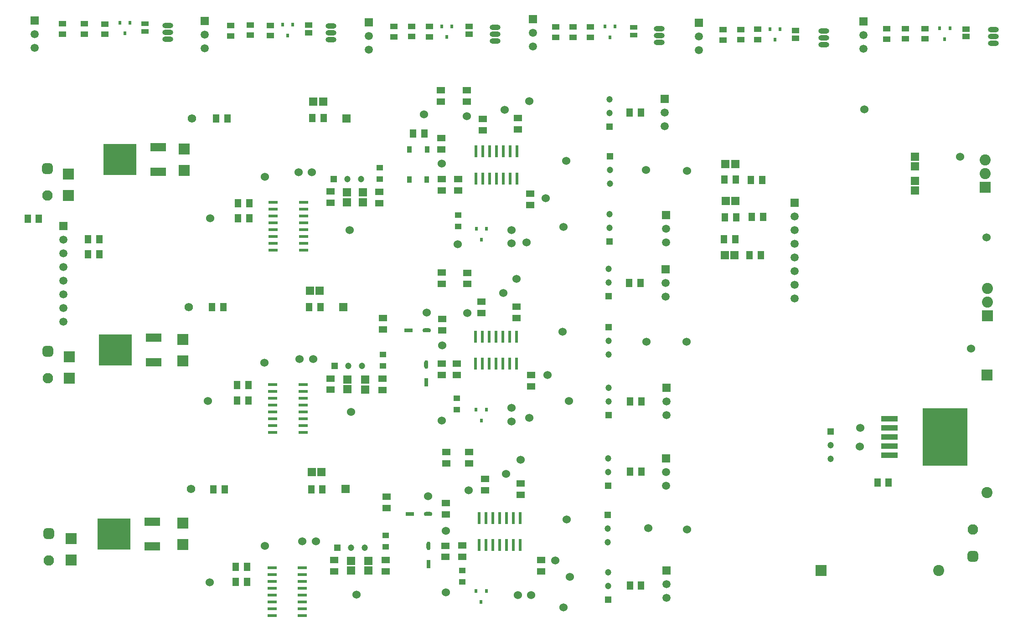
<source format=gbr>
%TF.GenerationSoftware,Altium Limited,Altium Designer,21.6.4 (81)*%
G04 Layer_Color=255*
%FSLAX45Y45*%
%MOMM*%
%TF.SameCoordinates,3325C277-0099-4954-8EFE-43F743DDDD4B*%
%TF.FilePolarity,Positive*%
%TF.FileFunction,Pads,Top*%
%TF.Part,Single*%
G01*
G75*
%TA.AperFunction,SMDPad,CuDef*%
%ADD11R,1.50822X1.20651*%
%ADD12R,0.55800X2.27000*%
%ADD13R,1.20651X1.50822*%
%ADD14R,1.50464X1.55620*%
%ADD15R,0.60000X0.70000*%
%ADD16R,0.91000X1.22000*%
G04:AMPARAMS|DCode=17|XSize=1.60712mm|YSize=0.76213mm|CornerRadius=0.38107mm|HoleSize=0mm|Usage=FLASHONLY|Rotation=0.000|XOffset=0mm|YOffset=0mm|HoleType=Round|Shape=RoundedRectangle|*
%AMROUNDEDRECTD17*
21,1,1.60712,0.00000,0,0,0.0*
21,1,0.84499,0.76213,0,0,0.0*
1,1,0.76213,0.42249,0.00000*
1,1,0.76213,-0.42249,0.00000*
1,1,0.76213,-0.42249,0.00000*
1,1,0.76213,0.42249,0.00000*
%
%ADD17ROUNDEDRECTD17*%
%ADD18R,1.60712X0.76213*%
G04:AMPARAMS|DCode=19|XSize=1.60712mm|YSize=0.76213mm|CornerRadius=0.38107mm|HoleSize=0mm|Usage=FLASHONLY|Rotation=90.000|XOffset=0mm|YOffset=0mm|HoleType=Round|Shape=RoundedRectangle|*
%AMROUNDEDRECTD19*
21,1,1.60712,0.00000,0,0,90.0*
21,1,0.84499,0.76213,0,0,90.0*
1,1,0.76213,0.00000,0.42249*
1,1,0.76213,0.00000,-0.42249*
1,1,0.76213,0.00000,-0.42249*
1,1,0.76213,0.00000,0.42249*
%
%ADD19ROUNDEDRECTD19*%
%ADD20R,0.76213X1.60712*%
%ADD21R,1.20000X1.10000*%
%ADD22R,1.40822X1.00650*%
%ADD23R,1.35000X0.95000*%
%ADD24R,1.35620X1.10464*%
%ADD25R,1.55620X1.50464*%
%ADD26R,8.38000X10.66000*%
%ADD27R,3.05000X1.01600*%
%ADD28R,1.66370X0.55880*%
%ADD29R,6.20000X5.80000*%
%ADD30R,3.00000X1.60000*%
%ADD31R,2.00000X2.00000*%
%TA.AperFunction,ComponentPad*%
%ADD37C,1.52400*%
%ADD38C,1.20000*%
%ADD39C,1.50000*%
%ADD40R,1.50000X1.50000*%
%ADD41R,1.20000X1.20000*%
%ADD42C,1.95000*%
G04:AMPARAMS|DCode=43|XSize=1.95mm|YSize=1.95mm|CornerRadius=0.4875mm|HoleSize=0mm|Usage=FLASHONLY|Rotation=90.000|XOffset=0mm|YOffset=0mm|HoleType=Round|Shape=RoundedRectangle|*
%AMROUNDEDRECTD43*
21,1,1.95000,0.97500,0,0,90.0*
21,1,0.97500,1.95000,0,0,90.0*
1,1,0.97500,0.48750,0.48750*
1,1,0.97500,0.48750,-0.48750*
1,1,0.97500,-0.48750,-0.48750*
1,1,0.97500,-0.48750,0.48750*
%
%ADD43ROUNDEDRECTD43*%
%ADD44O,2.00000X1.00000*%
%ADD45O,2.00000X1.00000*%
%ADD46R,2.05740X2.05740*%
%ADD47C,2.05740*%
%ADD48C,2.05000*%
%ADD49R,2.05000X2.05000*%
%ADD50R,2.05740X2.05740*%
%ADD51R,1.20000X1.20000*%
%ADD52R,1.57480X1.57480*%
%ADD53C,1.57480*%
D11*
X14813280Y15289204D02*
D03*
X15468600Y15309525D02*
D03*
Y15099355D02*
D03*
X15697200Y13899825D02*
D03*
X15709900Y10534325D02*
D03*
X13027660Y8271184D02*
D03*
Y8061014D02*
D03*
X14056360Y13961435D02*
D03*
Y14171605D02*
D03*
X14053819Y10534975D02*
D03*
Y10745145D02*
D03*
X14122400Y7151695D02*
D03*
Y7361865D02*
D03*
X15697200Y13689655D02*
D03*
X15709900Y10324155D02*
D03*
X15897861Y6882455D02*
D03*
Y7092625D02*
D03*
X14043660Y14725975D02*
D03*
Y14936145D02*
D03*
X14556740Y9104304D02*
D03*
Y8894134D02*
D03*
X14429739Y7364405D02*
D03*
Y7154235D02*
D03*
X14353540Y14174146D02*
D03*
Y13963976D02*
D03*
X15440660Y11799245D02*
D03*
Y11589075D02*
D03*
X14063980Y11575725D02*
D03*
Y11365555D02*
D03*
X14053819Y12434245D02*
D03*
Y12224075D02*
D03*
X14792960Y11894820D02*
D03*
Y11684650D02*
D03*
X14528799Y12433300D02*
D03*
Y12223130D02*
D03*
X14330679Y10745145D02*
D03*
Y10534975D02*
D03*
X15516859Y8517566D02*
D03*
Y8307396D02*
D03*
X14132561Y8151805D02*
D03*
Y7941635D02*
D03*
X14140179Y9104305D02*
D03*
Y8894135D02*
D03*
X14856461Y8603925D02*
D03*
Y8393755D02*
D03*
X13009880Y6887535D02*
D03*
Y7097705D02*
D03*
X12052300Y6885940D02*
D03*
Y7096110D02*
D03*
X11983720Y10258115D02*
D03*
Y10468285D02*
D03*
X12951460Y10255575D02*
D03*
Y10465745D02*
D03*
X12893040Y13727756D02*
D03*
Y13937926D02*
D03*
X14813280Y15079034D02*
D03*
X14518640Y15614975D02*
D03*
Y15825145D02*
D03*
X12961620Y11380795D02*
D03*
Y11590965D02*
D03*
X14038580Y15825145D02*
D03*
Y15614975D02*
D03*
X11986260Y13942059D02*
D03*
Y13731889D02*
D03*
D12*
X15450819Y14686198D02*
D03*
X15323820D02*
D03*
X15450819Y14183441D02*
D03*
X15443201Y10744200D02*
D03*
X15316200D02*
D03*
X15189200D02*
D03*
X15062199D02*
D03*
X14935201D02*
D03*
X14808200D02*
D03*
X14681200D02*
D03*
Y11246963D02*
D03*
X14808200D02*
D03*
X14935201D02*
D03*
X15062199D02*
D03*
X15189200D02*
D03*
X15316200D02*
D03*
X15443201D02*
D03*
X15506700Y7371243D02*
D03*
X15379700D02*
D03*
X15252699D02*
D03*
X15125700D02*
D03*
X14998700D02*
D03*
X14871700D02*
D03*
X14744701D02*
D03*
Y7874000D02*
D03*
X14871700D02*
D03*
X14998700D02*
D03*
X15125700D02*
D03*
X15252699D02*
D03*
X15379700D02*
D03*
X15506700D02*
D03*
X15196820Y14686198D02*
D03*
X15069820D02*
D03*
X14942821D02*
D03*
X14815820D02*
D03*
X14688820D02*
D03*
Y14183441D02*
D03*
X14815820D02*
D03*
X14942821D02*
D03*
X15069820D02*
D03*
X15196820D02*
D03*
X15323820D02*
D03*
D13*
X19791679Y14160500D02*
D03*
X19978046Y12763500D02*
D03*
X19767876D02*
D03*
X20018684Y13467081D02*
D03*
X19808514D02*
D03*
X19507201Y13053059D02*
D03*
X19297031D02*
D03*
X19518304Y13462000D02*
D03*
X19308134D02*
D03*
X19303055Y14163040D02*
D03*
X19513225D02*
D03*
X20001849Y14160500D02*
D03*
X6570980Y13434061D02*
D03*
X6360810D02*
D03*
X7480300Y12776200D02*
D03*
X7690470D02*
D03*
X7480300Y13055600D02*
D03*
X7690470D02*
D03*
X13727106Y15019020D02*
D03*
X13516936D02*
D03*
X17540295Y15412720D02*
D03*
X17750465D02*
D03*
X17545375Y6619240D02*
D03*
X17755545D02*
D03*
X17535216Y12242800D02*
D03*
X17745386D02*
D03*
X17548860Y10043160D02*
D03*
X17759030D02*
D03*
X17546320Y8737600D02*
D03*
X17756490D02*
D03*
X22352945Y8536940D02*
D03*
X22142775D02*
D03*
X11860205Y15308580D02*
D03*
X11650035D02*
D03*
X9862820Y15300960D02*
D03*
X10072990D02*
D03*
X9784080Y11793220D02*
D03*
X9994250D02*
D03*
X11799245Y11798300D02*
D03*
X11589075D02*
D03*
X9808535Y8409940D02*
D03*
X10018705D02*
D03*
X11837345D02*
D03*
X11627175D02*
D03*
X10265735Y13728700D02*
D03*
X10475905D02*
D03*
X10478445Y13446761D02*
D03*
X10268275D02*
D03*
X10460665Y10058400D02*
D03*
X10250495D02*
D03*
X10464800Y10350500D02*
D03*
X10254630D02*
D03*
X10439400Y6685280D02*
D03*
X10229230D02*
D03*
X10436860Y6967220D02*
D03*
X10226690D02*
D03*
D14*
X19310442Y12763500D02*
D03*
X19490599D02*
D03*
X19321964Y14455141D02*
D03*
X19502119D02*
D03*
X19327043Y13764259D02*
D03*
X19507201D02*
D03*
X11668760Y15610840D02*
D03*
X11848917D02*
D03*
X11605443Y12103100D02*
D03*
X11785600D02*
D03*
X11635923Y8729980D02*
D03*
X11816080D02*
D03*
D15*
X14885422Y13249580D02*
D03*
X14695419D02*
D03*
X14790421Y13049580D02*
D03*
X14877800Y6518580D02*
D03*
X14687798D02*
D03*
X14782799Y6318580D02*
D03*
X14880341Y9886620D02*
D03*
X14690340D02*
D03*
X14785339Y9686620D02*
D03*
X8261101Y17079900D02*
D03*
X8071099D02*
D03*
X8166100Y16879900D02*
D03*
X11285220Y17040860D02*
D03*
X11095218D02*
D03*
X11190219Y16840860D02*
D03*
X14240260Y17013860D02*
D03*
X14050259D02*
D03*
X14145261Y16813860D02*
D03*
X17272000Y17010381D02*
D03*
X17081998D02*
D03*
X17176999Y16810381D02*
D03*
X20337781Y16962120D02*
D03*
X20147778D02*
D03*
X20242780Y16762120D02*
D03*
X23488400Y16975760D02*
D03*
X23298399D02*
D03*
X23393401Y16775760D02*
D03*
D16*
X13450900Y14724380D02*
D03*
X13777901D02*
D03*
X13448360Y14168120D02*
D03*
X13775360D02*
D03*
D17*
X13769254Y11358880D02*
D03*
X13797279Y7947660D02*
D03*
D18*
X13434146Y11358880D02*
D03*
X13462173Y7947660D02*
D03*
D19*
X13766800Y10728874D02*
D03*
X13804900Y7355754D02*
D03*
D20*
X13766800Y10393766D02*
D03*
X13804900Y7020646D02*
D03*
D21*
X14353540Y13290961D02*
D03*
Y13500958D02*
D03*
X14333220Y9891578D02*
D03*
Y10101580D02*
D03*
X14434821Y6692038D02*
D03*
Y6902040D02*
D03*
X13014960Y7549739D02*
D03*
Y7339741D02*
D03*
X12956540Y10915239D02*
D03*
Y10705241D02*
D03*
X12898120Y14177422D02*
D03*
Y14387419D02*
D03*
D22*
X7005320Y16869572D02*
D03*
Y17059747D02*
D03*
X7414260D02*
D03*
Y16869572D02*
D03*
X7795260Y17054668D02*
D03*
Y16864493D02*
D03*
X10868660Y17029266D02*
D03*
Y16839093D02*
D03*
X10497820Y17036887D02*
D03*
Y16846713D02*
D03*
X10132060Y16834013D02*
D03*
Y17024187D02*
D03*
X13820140Y17006407D02*
D03*
Y16816232D02*
D03*
X13492480Y17011487D02*
D03*
Y16821313D02*
D03*
X13159740Y16818773D02*
D03*
Y17008948D02*
D03*
X16812260Y17001328D02*
D03*
Y16811153D02*
D03*
X16487140Y17001328D02*
D03*
Y16811153D02*
D03*
X16169640D02*
D03*
Y17001328D02*
D03*
X19276060Y16760353D02*
D03*
Y16950526D02*
D03*
X19923759Y16955608D02*
D03*
Y16765433D02*
D03*
X19603720Y16953067D02*
D03*
Y16762894D02*
D03*
X22316440Y16776700D02*
D03*
Y16966870D02*
D03*
X22659340Y16968307D02*
D03*
Y16778133D02*
D03*
X23027640Y16970847D02*
D03*
Y16780673D02*
D03*
D23*
X8536940Y16915059D02*
D03*
Y17065060D02*
D03*
X17617439Y16846478D02*
D03*
Y16996481D02*
D03*
D24*
X11579860Y16892041D02*
D03*
Y17032199D02*
D03*
X14556740Y16867683D02*
D03*
Y17007840D02*
D03*
X20624800Y16790440D02*
D03*
Y16930598D02*
D03*
X23789639Y16820921D02*
D03*
Y16961079D02*
D03*
D25*
X22842220Y14589760D02*
D03*
Y14409602D02*
D03*
Y13958661D02*
D03*
Y14138818D02*
D03*
X12692380Y6897461D02*
D03*
Y7077619D02*
D03*
X12367260Y7081520D02*
D03*
Y6901363D02*
D03*
X12303760Y10268041D02*
D03*
Y10448199D02*
D03*
X12631420Y10445659D02*
D03*
Y10265501D02*
D03*
X12288520Y13925459D02*
D03*
Y13745300D02*
D03*
X12590780Y13925459D02*
D03*
Y13745300D02*
D03*
D26*
X23399477Y9380220D02*
D03*
D27*
X22368982Y9720621D02*
D03*
Y9550420D02*
D03*
Y9380220D02*
D03*
Y9210020D02*
D03*
Y9039819D02*
D03*
D28*
X11478895Y9466580D02*
D03*
Y9593580D02*
D03*
Y9720580D02*
D03*
Y9847580D02*
D03*
Y9974580D02*
D03*
Y10101580D02*
D03*
Y10228580D02*
D03*
Y10355580D02*
D03*
X10913745D02*
D03*
Y10228580D02*
D03*
Y10101580D02*
D03*
Y9974580D02*
D03*
Y9847580D02*
D03*
Y9720580D02*
D03*
Y9593580D02*
D03*
Y9466580D02*
D03*
X11464290Y6065520D02*
D03*
Y6192520D02*
D03*
Y6319520D02*
D03*
Y6446520D02*
D03*
Y6573520D02*
D03*
Y6700520D02*
D03*
Y6827520D02*
D03*
Y6954520D02*
D03*
X10899140D02*
D03*
Y6827520D02*
D03*
Y6700520D02*
D03*
Y6573520D02*
D03*
Y6446520D02*
D03*
Y6319520D02*
D03*
Y6192520D02*
D03*
Y6065520D02*
D03*
X10918825Y12849860D02*
D03*
Y12976860D02*
D03*
Y13103860D02*
D03*
Y13230859D02*
D03*
Y13357860D02*
D03*
Y13484860D02*
D03*
Y13611861D02*
D03*
Y13738860D02*
D03*
X11483975D02*
D03*
Y13611861D02*
D03*
Y13484860D02*
D03*
Y13357860D02*
D03*
Y13230859D02*
D03*
Y13103860D02*
D03*
Y12976860D02*
D03*
Y12849860D02*
D03*
D29*
X7965440Y7581900D02*
D03*
X7988300Y11000740D02*
D03*
X8077200Y14533881D02*
D03*
D30*
X8674440Y7353402D02*
D03*
Y7810398D02*
D03*
X8697300Y10772242D02*
D03*
Y11229238D02*
D03*
X8786200Y14762378D02*
D03*
Y14305382D02*
D03*
D31*
X7119620Y14269060D02*
D03*
Y13869060D02*
D03*
X9245600Y7381900D02*
D03*
Y7781900D02*
D03*
X7167880Y7492340D02*
D03*
Y7092340D02*
D03*
X9240520Y10795660D02*
D03*
Y11195660D02*
D03*
X9268460Y14331340D02*
D03*
Y14731340D02*
D03*
X7137400Y10873080D02*
D03*
Y10473080D02*
D03*
D37*
X15676880Y15618460D02*
D03*
X16314420Y13286740D02*
D03*
X15979140Y13820140D02*
D03*
X15714980Y6441440D02*
D03*
X16311880Y6217920D02*
D03*
X16014700Y10533380D02*
D03*
X15631160Y12994640D02*
D03*
X15346680Y13229402D02*
D03*
X16365221Y14511020D02*
D03*
X15464978Y6441440D02*
D03*
X14124940Y6495029D02*
D03*
X15519400Y8956040D02*
D03*
X16375380Y7848600D02*
D03*
X14053819Y9685020D02*
D03*
X15219679Y15463519D02*
D03*
X15194279Y12054840D02*
D03*
X13726160Y15372079D02*
D03*
X13769341Y11696700D02*
D03*
X13797279Y8280400D02*
D03*
X14520230Y15339040D02*
D03*
X15346680Y12979401D02*
D03*
X21899879Y15471140D02*
D03*
X16431261Y6779260D02*
D03*
X14127480Y7637780D02*
D03*
X16159480Y7084060D02*
D03*
X17884140Y7688580D02*
D03*
X18610580Y14328140D02*
D03*
X14056360Y14465300D02*
D03*
X14348460Y12959081D02*
D03*
X17843500Y14343381D02*
D03*
X18596458Y11153140D02*
D03*
X15440660Y12316460D02*
D03*
X14528799Y11686540D02*
D03*
X16418559Y10048240D02*
D03*
X16296640Y11336020D02*
D03*
X14058900Y11082020D02*
D03*
X15676880Y9738360D02*
D03*
X15346680Y9669780D02*
D03*
Y9919782D02*
D03*
X17853661Y11153140D02*
D03*
X18603519Y7660081D02*
D03*
X14551660Y8394700D02*
D03*
X15247620Y8694420D02*
D03*
X23677879Y14584680D02*
D03*
X21818600Y9207500D02*
D03*
X21821140Y9552940D02*
D03*
X11463020Y7444740D02*
D03*
X11713022D02*
D03*
X12466320Y6451600D02*
D03*
X10767060Y7355840D02*
D03*
X11411138Y10825480D02*
D03*
X11661140D02*
D03*
X11391900Y14300200D02*
D03*
X11641902D02*
D03*
X10759440Y10761980D02*
D03*
X12342597Y13229590D02*
D03*
X9743440Y6682740D02*
D03*
X9751060Y13446761D02*
D03*
X12367260Y9847580D02*
D03*
X9712960Y10048240D02*
D03*
X23886160Y11021060D02*
D03*
X24173180Y13088620D02*
D03*
X10767060Y14216380D02*
D03*
D38*
X17164822Y13266420D02*
D03*
X17142461Y6868160D02*
D03*
Y6614160D02*
D03*
X17152620Y10043160D02*
D03*
Y10297160D02*
D03*
Y12247880D02*
D03*
Y12501880D02*
D03*
Y11170920D02*
D03*
Y10916920D02*
D03*
X17142461Y8732520D02*
D03*
Y8986520D02*
D03*
X17137880Y7675879D02*
D03*
Y7421879D02*
D03*
X17175481Y14343381D02*
D03*
Y14089380D02*
D03*
X17167860Y15405099D02*
D03*
Y15659100D02*
D03*
X17164822Y13520419D02*
D03*
X21277580Y8971280D02*
D03*
Y9225280D02*
D03*
X12623800Y7327900D02*
D03*
X12369800D02*
D03*
X12313920Y10706598D02*
D03*
X12567920D02*
D03*
X12557760Y14175740D02*
D03*
X12303760D02*
D03*
D39*
X20604480Y11955780D02*
D03*
Y12209780D02*
D03*
Y12717780D02*
D03*
Y13225780D02*
D03*
Y13479781D02*
D03*
Y12971780D02*
D03*
Y12463780D02*
D03*
X18229581Y6393180D02*
D03*
Y6647180D02*
D03*
X18219420Y8478520D02*
D03*
Y8732520D02*
D03*
X18229581Y9791700D02*
D03*
Y10045700D02*
D03*
X18211800Y11986260D02*
D03*
Y12240260D02*
D03*
X7022622Y12034520D02*
D03*
Y12542520D02*
D03*
Y13050520D02*
D03*
Y12796520D02*
D03*
Y12288520D02*
D03*
Y11780520D02*
D03*
Y11526520D02*
D03*
X18214340Y12997180D02*
D03*
Y13251180D02*
D03*
X18196082Y15156180D02*
D03*
Y15410181D02*
D03*
X6492240Y16609061D02*
D03*
Y16863060D02*
D03*
X9651522Y16603979D02*
D03*
Y16857980D02*
D03*
X12694442Y16581120D02*
D03*
Y16835120D02*
D03*
X15747522Y16637000D02*
D03*
Y16891000D02*
D03*
X21882100Y16591280D02*
D03*
Y16845280D02*
D03*
X18828542Y16570959D02*
D03*
Y16824960D02*
D03*
D40*
X20604480Y13733780D02*
D03*
X18229581Y6901180D02*
D03*
X18219420Y8986520D02*
D03*
X18229581Y10299700D02*
D03*
X18211800Y12494260D02*
D03*
X7022622Y13304520D02*
D03*
X18214340Y13505180D02*
D03*
X18196082Y15664180D02*
D03*
X6492240Y17117059D02*
D03*
X9651522Y17111980D02*
D03*
X12694442Y17089120D02*
D03*
X15747522Y17145000D02*
D03*
X21882100Y17099280D02*
D03*
X18828542Y17078960D02*
D03*
D41*
X17142461Y6360160D02*
D03*
X17152620Y9789160D02*
D03*
Y11993880D02*
D03*
Y11424920D02*
D03*
X17142461Y8478520D02*
D03*
X17137880Y7929879D02*
D03*
X17175481Y14597380D02*
D03*
X17167860Y15151100D02*
D03*
X17164822Y13012421D02*
D03*
X21277580Y9479280D02*
D03*
D42*
X23912358Y7666777D02*
D03*
X6741160Y10474960D02*
D03*
X6758142Y7088083D02*
D03*
X6732742Y13872423D02*
D03*
D43*
X23912358Y7166778D02*
D03*
X6741160Y10974959D02*
D03*
X6758142Y7588082D02*
D03*
X6732742Y14372421D02*
D03*
D44*
X8961120Y16776700D02*
D03*
Y17030701D02*
D03*
X11998960Y17020540D02*
D03*
Y16766541D02*
D03*
X15046960Y16995140D02*
D03*
Y16741141D02*
D03*
X18087340Y16969740D02*
D03*
Y16715739D02*
D03*
X24297639Y16954500D02*
D03*
Y16700500D02*
D03*
X21145500Y16924020D02*
D03*
Y16670020D02*
D03*
D45*
X8961120Y16903700D02*
D03*
X11998960Y16893539D02*
D03*
X15046960Y16868140D02*
D03*
X18087340Y16842740D02*
D03*
X24297639Y16827499D02*
D03*
X21145500Y16797020D02*
D03*
D46*
X21094701Y6898640D02*
D03*
D47*
X23284180D02*
D03*
X24180800Y8346440D02*
D03*
D48*
X24187759Y12143740D02*
D03*
Y11889740D02*
D03*
X24142700Y14272260D02*
D03*
Y14526260D02*
D03*
D49*
X24187759Y11636238D02*
D03*
X24142700Y14018758D02*
D03*
D50*
X24180800Y10535920D02*
D03*
D51*
X12115800Y7327900D02*
D03*
X12059920Y10706598D02*
D03*
X12049760Y14175740D02*
D03*
D52*
X12285980Y15303500D02*
D03*
X12227560Y11798300D02*
D03*
X12265660Y8417560D02*
D03*
D53*
X9415780Y15303500D02*
D03*
X9357360Y11798300D02*
D03*
X9395460Y8417560D02*
D03*
%TF.MD5,cd6bd9b404a2ca6e8ba4528a562fd503*%
M02*

</source>
